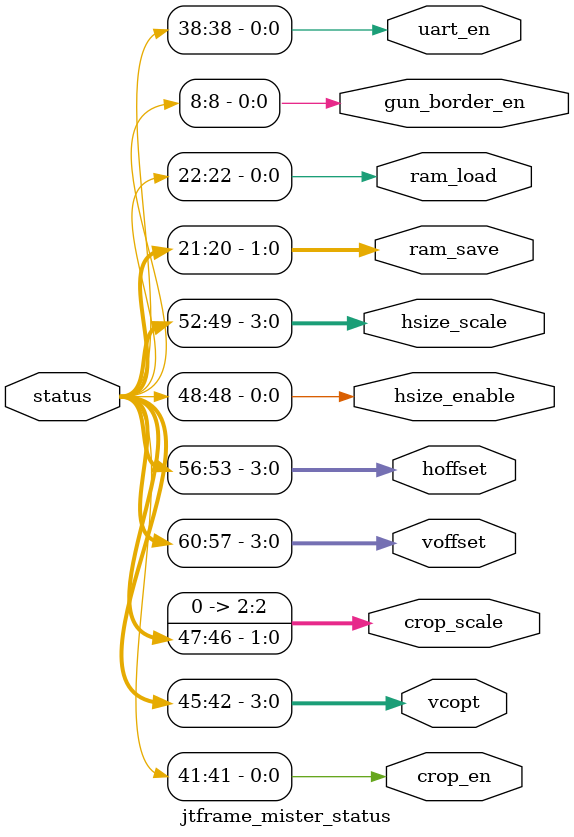
<source format=v>
/*  This file is part of JTFRAME.
    JTFRAME program is free software: you can redistribute it and/or modify
    it under the terms of the GNU General Public License as published by
    the Free Software Foundation, either version 3 of the License, or
    (at your option) any later version.

    JTFRAME program is distributed in the hope that it will be useful,
    but WITHOUT ANY WARRANTY; without even the implied warranty of
    MERCHANTABILITY or FITNESS FOR A PARTICULAR PURPOSE.  See the
    GNU General Public License for more details.

    You should have received a copy of the GNU General Public License
    along with JTFRAME.  If not, see <http://www.gnu.org/licenses/>.

    Author: Rafael Eduardo Paiva Feener. Copyright: Miki Saito
    Version: 1.0
    Date: 14-03-2025 */
module jtframe_mister_status (
    input  [63:0] status,
    output        crop_en,
    output [ 3:0] vcopt,
    output [ 2:0] crop_scale,
    output [ 3:0] voffset,
    output [ 3:0] hoffset,
    output        hsize_enable,
    output [ 3:0] hsize_scale,
    output [ 1:0] ram_save,
    output        ram_load,
    output        gun_border_en,
    output        uart_en
);

// Vertical crop
assign crop_en    = status[41];
assign vcopt      = status[45:42];
assign crop_scale = {1'b0, status[47:46]};

// H-Pos & V-Pos for CRT
assign { voffset, hoffset } = status[60:53];

// Horizontal scaling for CRT
assign hsize_enable = status[48];
assign hsize_scale  = status[52:49];

assign uart_en  = status[38]; // It can be used by the cheat engine or the game

// Sinden Lightgun white borders
assign gun_border_en = status[8];

// Save/Load
assign ram_save = status[21:20];
assign ram_load = status[22];

endmodule

</source>
